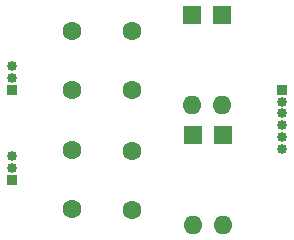
<source format=gbr>
%TF.GenerationSoftware,KiCad,Pcbnew,6.0.0*%
%TF.CreationDate,2022-01-12T15:09:48-07:00*%
%TF.ProjectId,cr3-power-regulator,6372332d-706f-4776-9572-2d726567756c,rev?*%
%TF.SameCoordinates,Original*%
%TF.FileFunction,Soldermask,Bot*%
%TF.FilePolarity,Negative*%
%FSLAX46Y46*%
G04 Gerber Fmt 4.6, Leading zero omitted, Abs format (unit mm)*
G04 Created by KiCad (PCBNEW 6.0.0) date 2022-01-12 15:09:48*
%MOMM*%
%LPD*%
G01*
G04 APERTURE LIST*
%ADD10O,1.600000X1.600000*%
%ADD11R,1.600000X1.600000*%
%ADD12C,1.600000*%
%ADD13O,0.850000X0.850000*%
%ADD14R,0.850000X0.850000*%
G04 APERTURE END LIST*
D10*
%TO.C,D4*%
X182920000Y-90170000D03*
D11*
X182920000Y-82550000D03*
%TD*%
D12*
%TO.C,C4*%
X175260000Y-83900000D03*
X175260000Y-88900000D03*
%TD*%
%TO.C,C3*%
X175260000Y-78740000D03*
X175260000Y-73740000D03*
%TD*%
%TO.C,C2*%
X170180000Y-88820000D03*
X170180000Y-83820000D03*
%TD*%
%TO.C,C1*%
X170180000Y-78740000D03*
X170180000Y-73740000D03*
%TD*%
D13*
%TO.C,U2*%
X165100000Y-84360000D03*
X165100000Y-85360000D03*
D14*
X165100000Y-86360000D03*
%TD*%
%TO.C,U1*%
X165100000Y-78740000D03*
D13*
X165100000Y-77740000D03*
X165100000Y-76740000D03*
%TD*%
D14*
%TO.C,J1*%
X187960000Y-78740000D03*
D13*
X187960000Y-79740000D03*
X187960000Y-80740000D03*
X187960000Y-81740000D03*
X187960000Y-82740000D03*
X187960000Y-83740000D03*
%TD*%
D10*
%TO.C,D3*%
X180380000Y-90170000D03*
D11*
X180380000Y-82550000D03*
%TD*%
D10*
%TO.C,D2*%
X182880000Y-80010000D03*
D11*
X182880000Y-72390000D03*
%TD*%
D10*
%TO.C,D1*%
X180340000Y-80010000D03*
D11*
X180340000Y-72390000D03*
%TD*%
M02*

</source>
